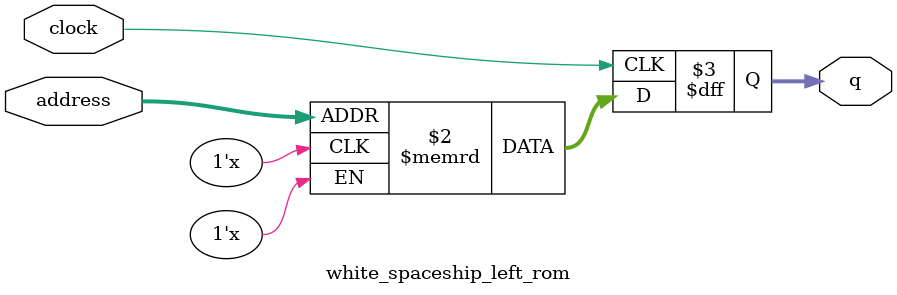
<source format=sv>
module white_spaceship_left_rom (
	input logic clock,
	input logic [7:0] address,
	output logic [1:0] q
);

logic [1:0] memory [0:195] /* synthesis ram_init_file = "./Sprites/white_spaceship_left/white_spaceship_left.mif" */;

always_ff @ (posedge clock) begin
	q <= memory[address];
end

endmodule

</source>
